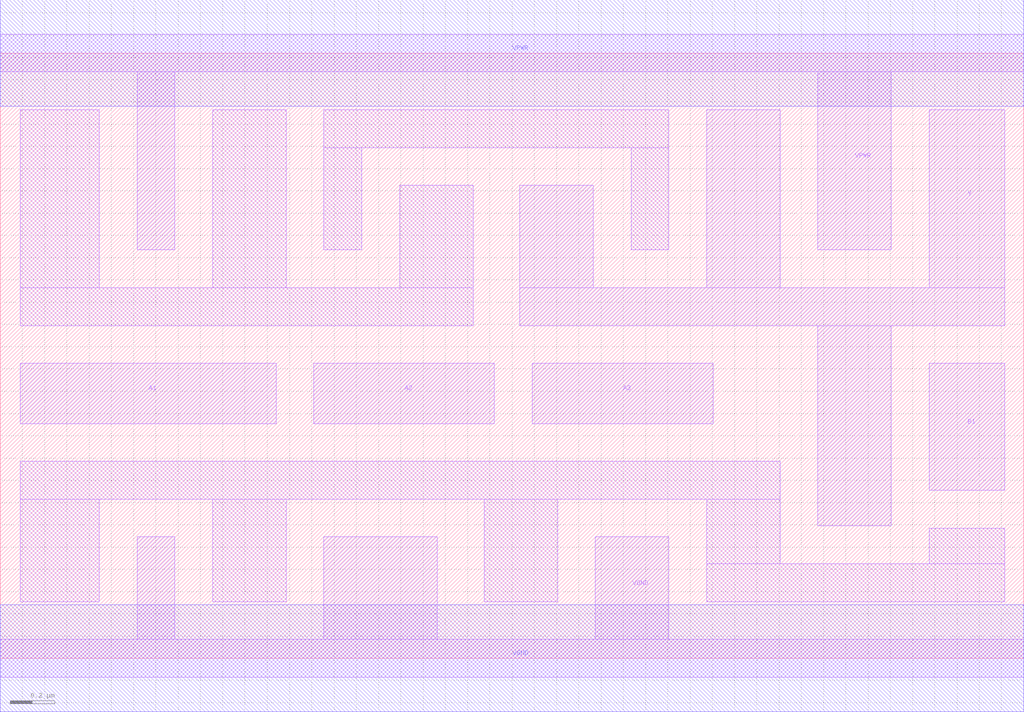
<source format=lef>
# Copyright 2020 The SkyWater PDK Authors
#
# Licensed under the Apache License, Version 2.0 (the "License");
# you may not use this file except in compliance with the License.
# You may obtain a copy of the License at
#
#     https://www.apache.org/licenses/LICENSE-2.0
#
# Unless required by applicable law or agreed to in writing, software
# distributed under the License is distributed on an "AS IS" BASIS,
# WITHOUT WARRANTIES OR CONDITIONS OF ANY KIND, either express or implied.
# See the License for the specific language governing permissions and
# limitations under the License.
#
# SPDX-License-Identifier: Apache-2.0

VERSION 5.5 ;
NAMESCASESENSITIVE ON ;
BUSBITCHARS "[]" ;
DIVIDERCHAR "/" ;
MACRO sky130_fd_sc_hd__o31ai_2
  CLASS CORE ;
  SOURCE USER ;
  ORIGIN  0.000000  0.000000 ;
  SIZE  4.600000 BY  2.720000 ;
  SYMMETRY X Y R90 ;
  SITE unithd ;
  PIN A1
    ANTENNAGATEAREA  0.495000 ;
    DIRECTION INPUT ;
    USE SIGNAL ;
    PORT
      LAYER li1 ;
        RECT 0.090000 1.055000 1.240000 1.325000 ;
    END
  END A1
  PIN A2
    ANTENNAGATEAREA  0.495000 ;
    DIRECTION INPUT ;
    USE SIGNAL ;
    PORT
      LAYER li1 ;
        RECT 1.410000 1.055000 2.220000 1.325000 ;
    END
  END A2
  PIN A3
    ANTENNAGATEAREA  0.495000 ;
    DIRECTION INPUT ;
    USE SIGNAL ;
    PORT
      LAYER li1 ;
        RECT 2.390000 1.055000 3.205000 1.325000 ;
    END
  END A3
  PIN B1
    ANTENNAGATEAREA  0.495000 ;
    DIRECTION INPUT ;
    USE SIGNAL ;
    PORT
      LAYER li1 ;
        RECT 4.175000 0.755000 4.515000 1.325000 ;
    END
  END B1
  PIN Y
    ANTENNADIFFAREA  1.063500 ;
    DIRECTION OUTPUT ;
    USE SIGNAL ;
    PORT
      LAYER li1 ;
        RECT 2.335000 1.495000 4.515000 1.665000 ;
        RECT 2.335000 1.665000 2.665000 2.125000 ;
        RECT 3.175000 1.665000 3.505000 2.465000 ;
        RECT 3.675000 0.595000 4.005000 1.495000 ;
        RECT 4.175000 1.665000 4.515000 2.465000 ;
    END
  END Y
  PIN VGND
    DIRECTION INOUT ;
    SHAPE ABUTMENT ;
    USE GROUND ;
    PORT
      LAYER li1 ;
        RECT 0.000000 -0.085000 4.600000 0.085000 ;
        RECT 0.615000  0.085000 0.785000 0.545000 ;
        RECT 1.455000  0.085000 1.965000 0.545000 ;
        RECT 2.675000  0.085000 3.005000 0.545000 ;
    END
    PORT
      LAYER met1 ;
        RECT 0.000000 -0.240000 4.600000 0.240000 ;
    END
  END VGND
  PIN VPWR
    DIRECTION INOUT ;
    SHAPE ABUTMENT ;
    USE POWER ;
    PORT
      LAYER li1 ;
        RECT 0.000000 2.635000 4.600000 2.805000 ;
        RECT 0.615000 1.835000 0.785000 2.635000 ;
        RECT 3.675000 1.835000 4.005000 2.635000 ;
    END
    PORT
      LAYER met1 ;
        RECT 0.000000 2.480000 4.600000 2.960000 ;
    END
  END VPWR
  OBS
    LAYER li1 ;
      RECT 0.090000 0.255000 0.445000 0.715000 ;
      RECT 0.090000 0.715000 3.505000 0.885000 ;
      RECT 0.090000 1.495000 2.125000 1.665000 ;
      RECT 0.090000 1.665000 0.445000 2.465000 ;
      RECT 0.955000 0.255000 1.285000 0.715000 ;
      RECT 0.955000 1.665000 1.285000 2.465000 ;
      RECT 1.455000 1.835000 1.625000 2.295000 ;
      RECT 1.455000 2.295000 3.005000 2.465000 ;
      RECT 1.795000 1.665000 2.125000 2.125000 ;
      RECT 2.175000 0.255000 2.505000 0.715000 ;
      RECT 2.835000 1.835000 3.005000 2.295000 ;
      RECT 3.175000 0.255000 4.515000 0.425000 ;
      RECT 3.175000 0.425000 3.505000 0.715000 ;
      RECT 4.175000 0.425000 4.515000 0.585000 ;
  END
END sky130_fd_sc_hd__o31ai_2
END LIBRARY

</source>
